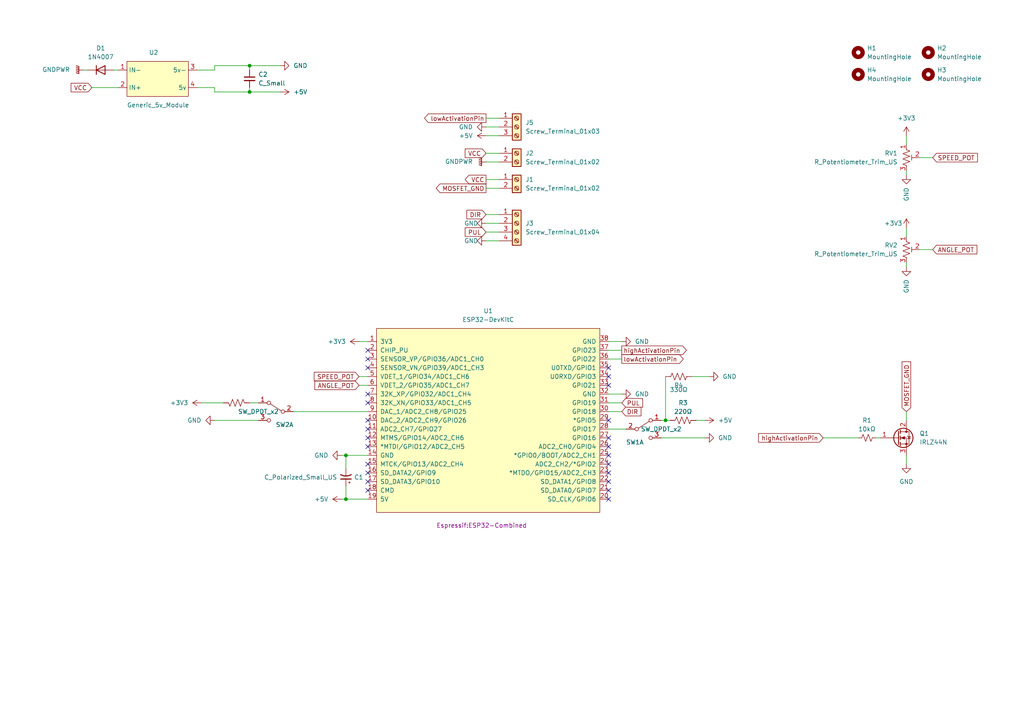
<source format=kicad_sch>
(kicad_sch (version 20231120) (generator "eeschema") (generator_version "8.0")
  (paper "A4")
  (title_block (title "ESP32 Turning Target System") (date "2022-06-23") (rev "7") (company "Scott Dial") (comment 1 "Use in conjunction with Bullseye Match from the App Store."))
  (lib_symbols
    (symbol "Connector:Screw_Terminal_01x02" (pin_names (offset 1.016) hide)
      (property "Reference" "J" (at 0 2.54 0))
      (property "Value" "Screw_Terminal_01x02" (at 0 -5.08 0))
      (symbol "Screw_Terminal_01x02_1_1"
        (rectangle (start -1.27 1.27) (end 1.27 -3.81) (stroke (width 0.254)) (fill (type background)))
        (circle (center 0 -2.54) (radius 0.635) (stroke (width 0.1524)))
        (polyline (pts (xy -0.5334 -2.2098) (xy 0.3302 -3.048)) (stroke (width 0.1524)))
        (polyline (pts (xy -0.5334 0.3302) (xy 0.3302 -0.508)) (stroke (width 0.1524)))
        (polyline (pts (xy -0.3556 -2.032) (xy 0.508 -2.8702)) (stroke (width 0.1524)))
        (polyline (pts (xy -0.3556 0.508) (xy 0.508 -0.3302)) (stroke (width 0.1524)))
        (circle (center 0 0) (radius 0.635) (stroke (width 0.1524)))
        (pin passive line (at -5.08 0 0) (length 3.81) (name "Pin_1") (number "1"))
        (pin passive line (at -5.08 -2.54 0) (length 3.81) (name "Pin_2") (number "2"))
      )
    )
    (symbol "Connector:Screw_Terminal_01x03" (pin_names (offset 1.016) hide)
      (property "Reference" "J" (at 0 5.08 0))
      (property "Value" "Screw_Terminal_01x03" (at 0 -5.08 0))
      (symbol "Screw_Terminal_01x03_1_1"
        (rectangle (start -1.27 3.81) (end 1.27 -3.81) (stroke (width 0.254)) (fill (type background)))
        (circle (center 0 -2.54) (radius 0.635) (stroke (width 0.1524)))
        (polyline (pts (xy -0.5334 -2.2098) (xy 0.3302 -3.048)) (stroke (width 0.1524)))
        (polyline (pts (xy -0.5334 0.3302) (xy 0.3302 -0.508)) (stroke (width 0.1524)))
        (polyline (pts (xy -0.5334 2.8702) (xy 0.3302 2.032)) (stroke (width 0.1524)))
        (polyline (pts (xy -0.3556 -2.032) (xy 0.508 -2.8702)) (stroke (width 0.1524)))
        (polyline (pts (xy -0.3556 0.508) (xy 0.508 -0.3302)) (stroke (width 0.1524)))
        (polyline (pts (xy -0.3556 3.048) (xy 0.508 2.2098)) (stroke (width 0.1524)))
        (circle (center 0 0) (radius 0.635) (stroke (width 0.1524)))
        (circle (center 0 2.54) (radius 0.635) (stroke (width 0.1524)))
        (pin passive line (at -5.08 2.54 0) (length 3.81) (name "Pin_1") (number "1"))
        (pin passive line (at -5.08 0 0) (length 3.81) (name "Pin_2") (number "2"))
        (pin passive line (at -5.08 -2.54 0) (length 3.81) (name "Pin_3") (number "3"))
      )
    )
    (symbol "Connector:Screw_Terminal_01x04" (pin_names (offset 1.016) hide)
      (property "Reference" "J" (at 0 5.08 0))
      (property "Value" "Screw_Terminal_01x04" (at 0 -7.62 0))
      (symbol "Screw_Terminal_01x04_1_1"
        (rectangle (start -1.27 3.81) (end 1.27 -6.35) (stroke (width 0.254)) (fill (type background)))
        (circle (center 0 -5.08) (radius 0.635) (stroke (width 0.1524)))
        (circle (center 0 -2.54) (radius 0.635) (stroke (width 0.1524)))
        (polyline (pts (xy -0.5334 -4.7498) (xy 0.3302 -5.588)) (stroke (width 0.1524)))
        (polyline (pts (xy -0.5334 -2.2098) (xy 0.3302 -3.048)) (stroke (width 0.1524)))
        (polyline (pts (xy -0.5334 0.3302) (xy 0.3302 -0.508)) (stroke (width 0.1524)))
        (polyline (pts (xy -0.5334 2.8702) (xy 0.3302 2.032)) (stroke (width 0.1524)))
        (polyline (pts (xy -0.3556 -4.572) (xy 0.508 -5.4102)) (stroke (width 0.1524)))
        (polyline (pts (xy -0.3556 -2.032) (xy 0.508 -2.8702)) (stroke (width 0.1524)))
        (polyline (pts (xy -0.3556 0.508) (xy 0.508 -0.3302)) (stroke (width 0.1524)))
        (polyline (pts (xy -0.3556 3.048) (xy 0.508 2.2098)) (stroke (width 0.1524)))
        (circle (center 0 0) (radius 0.635) (stroke (width 0.1524)))
        (circle (center 0 2.54) (radius 0.635) (stroke (width 0.1524)))
        (pin passive line (at -5.08 2.54 0) (length 3.81) (name "Pin_1") (number "1"))
        (pin passive line (at -5.08 0 0) (length 3.81) (name "Pin_2") (number "2"))
        (pin passive line (at -5.08 -2.54 0) (length 3.81) (name "Pin_3") (number "3"))
        (pin passive line (at -5.08 -5.08 0) (length 3.81) (name "Pin_4") (number "4"))
      )
    )
    (symbol "Converter_DCDC:Generic_5v_Module"
      (property "Reference" "U" (at 0 -12.7 0))
      (property "Value" "Generic_5v_Module" (at 0 7.62 0))
      (symbol "Generic_5v_Module_0_1"
        (rectangle (start 0 0) (end 17.78 -10.16) (fill (type background)))
        (rectangle (start 2.54 -2.54) (end 2.54 -2.54))
      )
      (symbol "Generic_5v_Module_1_1"
        (pin input line (at -2.54 -2.54 0) (length 2.54) (name "IN-") (number "1"))
        (pin input line (at -2.54 -7.62 0) (length 2.54) (name "IN+") (number "2"))
        (pin output line (at 20.32 -2.54 180) (length 2.54) (name "5v-") (number "3"))
        (pin output line (at 20.32 -7.62 180) (length 2.54) (name "5v") (number "4"))
      )
    )
    (symbol "Device:C_Polarized_Small_US" (pin_numbers hide) (pin_names (offset 0.254) hide)
      (property "Reference" "C" (at 0.254 1.778 0))
      (property "Value" "C_Polarized_Small_US" (at 0.254 -2.032 0))
      (symbol "C_Polarized_Small_US_0_1"
        (polyline (pts (xy -1.524 0.508) (xy 1.524 0.508)) (stroke (width 0.3048)))
        (polyline (pts (xy -1.27 1.524) (xy -0.762 1.524)))
        (polyline (pts (xy -1.016 1.27) (xy -1.016 1.778)))
        (arc (start 1.524 -0.762) (mid 0 -0.3734) (end -1.524 -0.762) (stroke (width 0.3048)))
      )
      (symbol "C_Polarized_Small_US_1_1"
        (pin passive line (at 0 2.54 270) (length 2.032) (name "~") (number "1"))
        (pin passive line (at 0 -2.54 90) (length 2.032) (name "~") (number "2"))
      )
    )
    (symbol "Device:C_Small" (pin_numbers hide) (pin_names (offset 0.254) hide)
      (property "Reference" "C" (at 0.254 1.778 0))
      (property "Value" "C_Small" (at 0.254 -2.032 0))
      (symbol "C_Small_0_1"
        (polyline (pts (xy -1.524 -0.508) (xy 1.524 -0.508)) (stroke (width 0.3302)))
        (polyline (pts (xy -1.524 0.508) (xy 1.524 0.508)) (stroke (width 0.3048)))
      )
      (symbol "C_Small_1_1"
        (pin passive line (at 0 2.54 270) (length 2.032) (name "~") (number "1"))
        (pin passive line (at 0 -2.54 90) (length 2.032) (name "~") (number "2"))
      )
    )
    (symbol "Device:R_Potentiometer_Trim_US" (pin_names (offset 1.016) hide)
      (property "Reference" "RV" (at -4.445 0 90))
      (property "Value" "R_Potentiometer_Trim_US" (at -2.54 0 90))
      (symbol "R_Potentiometer_Trim_US_0_1"
        (polyline (pts (xy 0 -2.286) (xy 0 -2.54)))
        (polyline (pts (xy 0 2.286) (xy 0 2.54)))
        (polyline (pts (xy 1.524 0.762) (xy 1.524 -0.762)))
        (polyline (pts (xy 2.54 0) (xy 1.524 0)))
        (polyline (pts (xy 0 -0.762) (xy 1.016 -1.143) (xy 0 -1.524) (xy -1.016 -1.905) (xy 0 -2.286)))
        (polyline (pts (xy 0 0.762) (xy 1.016 0.381) (xy 0 0) (xy -1.016 -0.381) (xy 0 -0.762)))
        (polyline (pts (xy 0 2.286) (xy 1.016 1.905) (xy 0 1.524) (xy -1.016 1.143) (xy 0 0.762)))
      )
      (symbol "R_Potentiometer_Trim_US_1_1"
        (pin passive line (at 0 3.81 270) (length 1.27) (name "1") (number "1"))
        (pin passive line (at 3.81 0 180) (length 1.27) (name "2") (number "2"))
        (pin passive line (at 0 -3.81 90) (length 1.27) (name "3") (number "3"))
      )
    )
    (symbol "Device:R_Small_US" (pin_numbers hide) (pin_names (offset 0.254) hide)
      (property "Reference" "R" (at 0.762 0.508 0))
      (property "Value" "R_Small_US" (at 0.762 -1.016 0))
      (symbol "R_Small_US_1_1"
        (polyline (pts (xy 0 0) (xy 1.016 -0.381) (xy 0 -0.762) (xy -1.016 -1.143) (xy 0 -1.524)))
        (polyline (pts (xy 0 1.524) (xy 1.016 1.143) (xy 0 0.762) (xy -1.016 0.381) (xy 0 0)))
        (pin passive line (at 0 2.54 270) (length 1.016) (name "~") (number "1"))
        (pin passive line (at 0 -2.54 90) (length 1.016) (name "~") (number "2"))
      )
    )
    (symbol "Device:R_US" (pin_numbers hide) (pin_names (offset 0))
      (property "Reference" "R" (at 2.54 0 90))
      (property "Value" "R_US" (at -2.54 0 90))
      (symbol "R_US_0_1"
        (polyline (pts (xy 0 -2.286) (xy 0 -2.54)))
        (polyline (pts (xy 0 2.286) (xy 0 2.54)))
        (polyline (pts (xy 0 -0.762) (xy 1.016 -1.143) (xy 0 -1.524) (xy -1.016 -1.905) (xy 0 -2.286)))
        (polyline (pts (xy 0 0.762) (xy 1.016 0.381) (xy 0 0) (xy -1.016 -0.381) (xy 0 -0.762)))
        (polyline (pts (xy 0 2.286) (xy 1.016 1.905) (xy 0 1.524) (xy -1.016 1.143) (xy 0 0.762)))
      )
      (symbol "R_US_1_1"
        (pin passive line (at 0 3.81 270) (length 1.27) (name "~") (number "1"))
        (pin passive line (at 0 -3.81 90) (length 1.27) (name "~") (number "2"))
      )
    )
    (symbol "Diode:1N4007" (pin_numbers hide) (pin_names hide)
      (property "Reference" "D" (at 0 2.54 0))
      (property "Value" "1N4007" (at 0 -2.54 0))
      (symbol "1N4007_0_1"
        (polyline (pts (xy -1.27 1.27) (xy -1.27 -1.27)) (stroke (width 0.254)))
        (polyline (pts (xy 1.27 0) (xy -1.27 0)))
        (polyline (pts (xy 1.27 1.27) (xy 1.27 -1.27) (xy -1.27 0) (xy 1.27 1.27)) (stroke (width 0.254)))
      )
      (symbol "1N4007_1_1"
        (pin passive line (at -3.81 0 0) (length 2.54) (name "K") (number "1"))
        (pin passive line (at 3.81 0 180) (length 2.54) (name "A") (number "2"))
      )
    )
    (symbol "Espressif:ESP32-DevKitC" (pin_names (offset 1.016))
      (property "Reference" "U" (at -8.89 26.67 0))
      (property "Value" "ESP32-DevKitC" (at 0 -29.21 0))
      (symbol "ESP32-DevKitC_0_0"
        (pin power_in line (at -33.02 -11.43 0) (length 2.54) (name "GND") (number "14"))
        (pin power_in line (at -33.02 -24.13 0) (length 2.54) (name "5V") (number "19"))
      )
      (symbol "ESP32-DevKitC_0_1"
        (rectangle (start -30.48 25.4) (end 34.29 -27.94) (fill (type background)))
      )
      (symbol "ESP32-DevKitC_1_1"
        (pin power_in line (at -33.02 21.59 0) (length 2.54) (name "3V3") (number "1"))
        (pin bidirectional line (at -33.02 -1.27 0) (length 2.54) (name "DAC_2/ADC2_CH9/GPIO26") (number "10"))
        (pin bidirectional line (at -33.02 -3.81 0) (length 2.54) (name "ADC2_CH7/GPIO27") (number "11"))
        (pin bidirectional line (at -33.02 -6.35 0) (length 2.54) (name "MTMS/GPIO14/ADC2_CH6") (number "12"))
        (pin bidirectional line (at -33.02 -8.89 0) (length 2.54) (name "*MTDI/GPIO12/ADC2_CH5") (number "13"))
        (pin bidirectional line (at -33.02 -13.97 0) (length 2.54) (name "MTCK/GPIO13/ADC2_CH4") (number "15"))
        (pin bidirectional line (at -33.02 -16.51 0) (length 2.54) (name "SD_DATA2/GPIO9") (number "16"))
        (pin bidirectional line (at -33.02 -19.05 0) (length 2.54) (name "SD_DATA3/GPIO10") (number "17"))
        (pin bidirectional line (at -33.02 -21.59 0) (length 2.54) (name "CMD") (number "18"))
        (pin input line (at -33.02 19.05 0) (length 2.54) (name "CHIP_PU") (number "2"))
        (pin bidirectional line (at 36.83 -24.13 180) (length 2.54) (name "SD_CLK/GPIO6") (number "20"))
        (pin bidirectional line (at 36.83 -21.59 180) (length 2.54) (name "SD_DATA0/GPIO7") (number "21"))
        (pin bidirectional line (at 36.83 -19.05 180) (length 2.54) (name "SD_DATA1/GPIO8") (number "22"))
        (pin bidirectional line (at 36.83 -16.51 180) (length 2.54) (name "*MTDO/GPIO15/ADC2_CH3") (number "23"))
        (pin bidirectional line (at 36.83 -13.97 180) (length 2.54) (name "ADC2_CH2/*GPIO2") (number "24"))
        (pin bidirectional line (at 36.83 -11.43 180) (length 2.54) (name "*GPIO0/BOOT/ADC2_CH1") (number "25"))
        (pin bidirectional line (at 36.83 -8.89 180) (length 2.54) (name "ADC2_CH0/GPIO4") (number "26"))
        (pin bidirectional line (at 36.83 -6.35 180) (length 2.54) (name "GPIO16") (number "27"))
        (pin bidirectional line (at 36.83 -3.81 180) (length 2.54) (name "GPIO17") (number "28"))
        (pin bidirectional line (at 36.83 -1.27 180) (length 2.54) (name "*GPIO5") (number "29"))
        (pin input line (at -33.02 16.51 0) (length 2.54) (name "SENSOR_VP/GPIO36/ADC1_CH0") (number "3"))
        (pin bidirectional line (at 36.83 1.27 180) (length 2.54) (name "GPIO18") (number "30"))
        (pin bidirectional line (at 36.83 3.81 180) (length 2.54) (name "GPIO19") (number "31"))
        (pin power_in line (at 36.83 6.35 180) (length 2.54) (name "GND") (number "32"))
        (pin bidirectional line (at 36.83 8.89 180) (length 2.54) (name "GPIO21") (number "33"))
        (pin bidirectional line (at 36.83 11.43 180) (length 2.54) (name "U0RXD/GPIO3") (number "34"))
        (pin bidirectional line (at 36.83 13.97 180) (length 2.54) (name "U0TXD/GPIO1") (number "35"))
        (pin bidirectional line (at 36.83 16.51 180) (length 2.54) (name "GPIO22") (number "36"))
        (pin bidirectional line (at 36.83 19.05 180) (length 2.54) (name "GPIO23") (number "37"))
        (pin power_in line (at 36.83 21.59 180) (length 2.54) (name "GND") (number "38"))
        (pin input line (at -33.02 13.97 0) (length 2.54) (name "SENSOR_VN/GPIO39/ADC1_CH3") (number "4"))
        (pin input line (at -33.02 11.43 0) (length 2.54) (name "VDET_1/GPIO34/ADC1_CH6") (number "5"))
        (pin input line (at -33.02 8.89 0) (length 2.54) (name "VDET_2/GPIO35/ADC1_CH7") (number "6"))
        (pin bidirectional line (at -33.02 6.35 0) (length 2.54) (name "32K_XP/GPIO32/ADC1_CH4") (number "7"))
        (pin bidirectional line (at -33.02 3.81 0) (length 2.54) (name "32K_XN/GPIO33/ADC1_CH5") (number "8"))
        (pin bidirectional line (at -33.02 1.27 0) (length 2.54) (name "DAC_1/ADC2_CH8/GPIO25") (number "9"))
      )
    )
    (symbol "GND_1" (power) (pin_names (offset 0))
      (property "Value" "GND_1" (at 0 -3.81 0))
      (symbol "GND_1_0_1"
        (polyline (pts (xy 0 0) (xy 0 -1.27) (xy 1.27 -1.27) (xy 0 -2.54) (xy -1.27 -1.27) (xy 0 -1.27)))
      )
      (symbol "GND_1_1_1"
        (pin power_in line (at 0 0 270) (length 0) hide (name "GND") (number "1"))
      )
    )
    (symbol "Mechanical:MountingHole" (pin_names (offset 1.016))
      (property "Reference" "H" (at 0 5.08 0))
      (property "Value" "MountingHole" (at 0 3.175 0))
      (symbol "MountingHole_0_1"
        (circle (center 0 0) (radius 1.27) (stroke (width 1.27)))
      )
    )
    (symbol "Switch:SW_DPDT_x2" (pin_names (offset 0) hide)
      (property "Reference" "SW" (at 0 4.318 0))
      (property "Value" "SW_DPDT_x2" (at 0 -5.08 0))
      (symbol "SW_DPDT_x2_0_0"
        (circle (center -2.032 0) (radius 0.508))
        (circle (center 2.032 -2.54) (radius 0.508))
      )
      (symbol "SW_DPDT_x2_0_1"
        (polyline (pts (xy -1.524 0.254) (xy 1.651 2.286)))
        (circle (center 2.032 2.54) (radius 0.508))
      )
      (symbol "SW_DPDT_x2_1_1"
        (pin passive line (at 5.08 2.54 180) (length 2.54) (name "A") (number "1"))
        (pin passive line (at -5.08 0 0) (length 2.54) (name "B") (number "2"))
        (pin passive line (at 5.08 -2.54 180) (length 2.54) (name "C") (number "3"))
      )
      (symbol "SW_DPDT_x2_2_1"
        (pin passive line (at 5.08 2.54 180) (length 2.54) (name "A") (number "4"))
        (pin passive line (at -5.08 0 0) (length 2.54) (name "B") (number "5"))
        (pin passive line (at 5.08 -2.54 180) (length 2.54) (name "C") (number "6"))
      )
    )
    (symbol "Transistor_FET:IRLZ44N" (pin_names hide)
      (property "Reference" "Q" (at 6.35 1.905 0))
      (property "Value" "IRLZ44N" (at 6.35 0 0))
      (symbol "IRLZ44N_0_1"
        (polyline (pts (xy 0.254 0) (xy -2.54 0)))
        (polyline (pts (xy 0.254 1.905) (xy 0.254 -1.905)) (stroke (width 0.254)))
        (polyline (pts (xy 0.762 -1.27) (xy 0.762 -2.286)) (stroke (width 0.254)))
        (polyline (pts (xy 0.762 0.508) (xy 0.762 -0.508)) (stroke (width 0.254)))
        (polyline (pts (xy 0.762 2.286) (xy 0.762 1.27)) (stroke (width 0.254)))
        (polyline (pts (xy 2.54 2.54) (xy 2.54 1.778)))
        (polyline (pts (xy 2.54 -2.54) (xy 2.54 0) (xy 0.762 0)))
        (polyline (pts (xy 0.762 -1.778) (xy 3.302 -1.778) (xy 3.302 1.778) (xy 0.762 1.778)))
        (polyline (pts (xy 1.016 0) (xy 2.032 0.381) (xy 2.032 -0.381) (xy 1.016 0)) (fill (type outline)))
        (polyline (pts (xy 2.794 0.508) (xy 2.921 0.381) (xy 3.683 0.381) (xy 3.81 0.254)))
        (polyline (pts (xy 3.302 0.381) (xy 2.921 -0.254) (xy 3.683 -0.254) (xy 3.302 0.381)))
        (circle (center 1.651 0) (radius 2.794) (stroke (width 0.254)))
        (circle (center 2.54 -1.778) (radius 0.254) (fill (type outline)))
        (circle (center 2.54 1.778) (radius 0.254) (fill (type outline)))
      )
      (symbol "IRLZ44N_1_1"
        (pin input line (at -5.08 0 0) (length 2.54) (name "G") (number "1"))
        (pin passive line (at 2.54 5.08 270) (length 2.54) (name "D") (number "2"))
        (pin passive line (at 2.54 -5.08 90) (length 2.54) (name "S") (number "3"))
      )
    )
    (symbol "power:+3.3V" (power) (pin_names (offset 0))
      (property "Value" "+3.3V" (at 0 3.556 0))
      (symbol "+3.3V_0_1"
        (polyline (pts (xy -0.762 1.27) (xy 0 2.54)))
        (polyline (pts (xy 0 0) (xy 0 2.54)))
        (polyline (pts (xy 0 2.54) (xy 0.762 1.27)))
      )
      (symbol "+3.3V_1_1"
        (pin power_in line (at 0 0 90) (length 0) hide (name "+3V3") (number "1"))
      )
    )
    (symbol "power:+5V" (power) (pin_names (offset 0))
      (property "Value" "+5V" (at 0 3.556 0))
      (symbol "+5V_0_1"
        (polyline (pts (xy -0.762 1.27) (xy 0 2.54)))
        (polyline (pts (xy 0 0) (xy 0 2.54)))
        (polyline (pts (xy 0 2.54) (xy 0.762 1.27)))
      )
      (symbol "+5V_1_1"
        (pin power_in line (at 0 0 90) (length 0) hide (name "+5V") (number "1"))
      )
    )
    (symbol "power:GND" (power) (pin_names (offset 0))
      (property "Value" "GND" (at 0 -3.81 0))
      (symbol "GND_0_1"
        (polyline (pts (xy 0 0) (xy 0 -1.27) (xy 1.27 -1.27) (xy 0 -2.54) (xy -1.27 -1.27) (xy 0 -1.27)))
      )
      (symbol "GND_1_1"
        (pin power_in line (at 0 0 270) (length 0) hide (name "GND") (number "1"))
      )
    )
    (symbol "power:GNDPWR" (power) (pin_names (offset 0))
      (property "Value" "GNDPWR" (at 0 -3.302 0))
      (symbol "GNDPWR_0_1"
        (polyline (pts (xy 0 -1.27) (xy 0 0)))
        (polyline (pts (xy -1.016 -1.27) (xy -1.27 -2.032) (xy -1.27 -2.032)) (stroke (width 0.2032)))
        (polyline (pts (xy -0.508 -1.27) (xy -0.762 -2.032) (xy -0.762 -2.032)) (stroke (width 0.2032)))
        (polyline (pts (xy 0 -1.27) (xy -0.254 -2.032) (xy -0.254 -2.032)) (stroke (width 0.2032)))
        (polyline (pts (xy 0.508 -1.27) (xy 0.254 -2.032) (xy 0.254 -2.032)) (stroke (width 0.2032)))
        (polyline (pts (xy 1.016 -1.27) (xy -1.016 -1.27) (xy -1.016 -1.27)) (stroke (width 0.2032)))
        (polyline (pts (xy 1.016 -1.27) (xy 0.762 -2.032) (xy 0.762 -2.032) (xy 0.762 -2.032)) (stroke (width 0.2032)))
      )
      (symbol "GNDPWR_1_1"
        (pin power_in line (at 0 0 270) (length 0) hide (name "GNDPWR") (number "1"))
      )
    )
  )
  (junction (at 193.04 121.92))
  (junction (at 72.39 19.05))
  (junction (at 100.33 144.78))
  (junction (at 100.33 132.08))
  (junction (at 72.39 26.67))
  (no_connect (at 106.68 129.54))
  (no_connect (at 106.68 142.24))
  (no_connect (at 106.68 139.7))
  (no_connect (at 106.68 137.16))
  (no_connect (at 106.68 134.62))
  (no_connect (at 106.68 127))
  (no_connect (at 106.68 124.46))
  (no_connect (at 106.68 121.92))
  (no_connect (at 106.68 116.84))
  (no_connect (at 106.68 114.3))
  (no_connect (at 106.68 106.68))
  (no_connect (at 106.68 104.14))
  (no_connect (at 106.68 101.6))
  (no_connect (at 176.53 144.78))
  (no_connect (at 176.53 106.68))
  (no_connect (at 176.53 109.22))
  (no_connect (at 176.53 111.76))
  (no_connect (at 176.53 142.24))
  (no_connect (at 176.53 121.92))
  (no_connect (at 176.53 127))
  (no_connect (at 176.53 129.54))
  (no_connect (at 176.53 132.08))
  (no_connect (at 176.53 134.62))
  (no_connect (at 176.53 137.16))
  (no_connect (at 176.53 139.7))
  (wire (pts (xy 72.39 25.4) (xy 72.39 26.67)))
  (wire (pts (xy 72.39 26.67) (xy 81.28 26.67)))
  (wire (pts (xy 262.89 66.04) (xy 262.89 68.58)))
  (wire (pts (xy 140.97 36.83) (xy 144.78 36.83)))
  (wire (pts (xy 176.53 101.6) (xy 180.34 101.6)))
  (wire (pts (xy 74.93 121.92) (xy 62.23 121.92)))
  (wire (pts (xy 176.53 114.3) (xy 180.34 114.3)))
  (wire (pts (xy 201.93 121.92) (xy 204.47 121.92)))
  (wire (pts (xy 238.76 127) (xy 248.92 127)))
  (wire (pts (xy 62.23 19.05) (xy 72.39 19.05)))
  (wire (pts (xy 99.06 132.08) (xy 100.33 132.08)))
  (wire (pts (xy 100.33 132.08) (xy 106.68 132.08)))
  (wire (pts (xy 191.77 121.92) (xy 193.04 121.92)))
  (wire (pts (xy 100.33 132.08) (xy 100.33 135.89)))
  (wire (pts (xy 33.02 20.32) (xy 34.29 20.32)))
  (wire (pts (xy 140.97 52.07) (xy 144.78 52.07)))
  (wire (pts (xy 85.09 119.38) (xy 106.68 119.38)))
  (wire (pts (xy 100.33 140.97) (xy 100.33 144.78)))
  (wire (pts (xy 72.39 116.84) (xy 74.93 116.84)))
  (wire (pts (xy 26.67 25.4) (xy 34.29 25.4)))
  (wire (pts (xy 140.97 67.31) (xy 144.78 67.31)))
  (wire (pts (xy 140.97 46.99) (xy 144.78 46.99)))
  (wire (pts (xy 140.97 44.45) (xy 144.78 44.45)))
  (wire (pts (xy 193.04 121.92) (xy 194.31 121.92)))
  (wire (pts (xy 140.97 34.29) (xy 144.78 34.29)))
  (wire (pts (xy 72.39 19.05) (xy 81.28 19.05)))
  (wire (pts (xy 72.39 19.05) (xy 72.39 20.32)))
  (wire (pts (xy 262.89 76.2) (xy 262.89 77.47)))
  (wire (pts (xy 104.14 111.76) (xy 106.68 111.76)))
  (wire (pts (xy 62.23 26.67) (xy 72.39 26.67)))
  (wire (pts (xy 140.97 64.77) (xy 144.78 64.77)))
  (wire (pts (xy 200.66 109.22) (xy 205.74 109.22)))
  (wire (pts (xy 270.51 72.39) (xy 266.7 72.39)))
  (wire (pts (xy 24.13 20.32) (xy 25.4 20.32)))
  (wire (pts (xy 62.23 25.4) (xy 57.15 25.4)))
  (wire (pts (xy 140.97 69.85) (xy 144.78 69.85)))
  (wire (pts (xy 99.06 144.78) (xy 100.33 144.78)))
  (wire (pts (xy 262.89 39.37) (xy 262.89 41.91)))
  (wire (pts (xy 140.97 62.23) (xy 144.78 62.23)))
  (wire (pts (xy 176.53 104.14) (xy 180.34 104.14)))
  (wire (pts (xy 266.7 45.72) (xy 270.51 45.72)))
  (wire (pts (xy 254 127) (xy 255.27 127)))
  (wire (pts (xy 176.53 99.06) (xy 180.34 99.06)))
  (wire (pts (xy 100.33 144.78) (xy 106.68 144.78)))
  (wire (pts (xy 191.77 127) (xy 204.47 127)))
  (wire (pts (xy 262.89 132.08) (xy 262.89 134.62)))
  (wire (pts (xy 262.89 49.53) (xy 262.89 50.8)))
  (wire (pts (xy 262.89 121.92) (xy 262.89 119.38)))
  (wire (pts (xy 57.15 20.32) (xy 62.23 20.32)))
  (wire (pts (xy 193.04 109.22) (xy 193.04 121.92)))
  (wire (pts (xy 62.23 20.32) (xy 62.23 19.05)))
  (wire (pts (xy 104.14 99.06) (xy 106.68 99.06)))
  (wire (pts (xy 104.14 109.22) (xy 106.68 109.22)))
  (wire (pts (xy 62.23 26.67) (xy 62.23 25.4)))
  (wire (pts (xy 176.53 124.46) (xy 181.61 124.46)))
  (wire (pts (xy 176.53 116.84) (xy 180.34 116.84)))
  (wire (pts (xy 144.78 39.37) (xy 140.97 39.37)))
  (wire (pts (xy 176.53 119.38) (xy 180.34 119.38)))
  (wire (pts (xy 58.42 116.84) (xy 64.77 116.84)))
  (wire (pts (xy 140.97 54.61) (xy 144.78 54.61)))
  (global_label "ANGLE_POT" (shape input) (at 104.14 111.76 180) (property "Intersheetrefs" "${INTERSHEET_REFS}" (effects (hide yes))))
  (global_label "lowActivationPin" (shape output) (at 140.97 34.29 180) (property "Intersheetrefs" "${INTERSHEET_REFS}" (effects (hide yes))))
  (global_label "DIR" (shape input) (at 180.34 119.38 0) (property "Intersheetrefs" "${INTERSHEET_REFS}" (effects (hide yes))))
  (global_label "VCC" (shape input) (at 140.97 44.45 180) (property "Intersheetrefs" "${INTERSHEET_REFS}" (effects (hide yes))))
  (global_label "ANGLE_POT" (shape input) (at 270.51 72.39 0) (property "Intersheetrefs" "${INTERSHEET_REFS}" (effects (hide yes))))
  (global_label "PUL" (shape input) (at 140.97 67.31 180) (property "Intersheetrefs" "${INTERSHEET_REFS}" (effects (hide yes))))
  (global_label "highActivationPin" (shape output) (at 180.34 101.6 0) (property "Intersheetrefs" "${INTERSHEET_REFS}" (effects (hide yes))))
  (global_label "highActivationPin" (shape input) (at 238.76 127 180) (property "Intersheetrefs" "${INTERSHEET_REFS}" (effects (hide yes))))
  (global_label "SPEED_POT" (shape input) (at 270.51 45.72 0) (property "Intersheetrefs" "${INTERSHEET_REFS}" (effects (hide yes))))
  (global_label "VCC" (shape input) (at 26.67 25.4 180) (property "Intersheetrefs" "${INTERSHEET_REFS}" (effects (hide yes))))
  (global_label "SPEED_POT" (shape input) (at 104.14 109.22 180) (property "Intersheetrefs" "${INTERSHEET_REFS}" (effects (hide yes))))
  (global_label "VCC" (shape output) (at 140.97 52.07 180) (property "Intersheetrefs" "${INTERSHEET_REFS}" (effects (hide yes))))
  (global_label "DIR" (shape input) (at 140.97 62.23 180) (property "Intersheetrefs" "${INTERSHEET_REFS}" (effects (hide yes))))
  (global_label "lowActivationPin" (shape output) (at 180.34 104.14 0) (property "Intersheetrefs" "${INTERSHEET_REFS}" (effects (hide yes))))
  (global_label "MOSFET_GND" (shape output) (at 140.97 54.61 180) (property "Intersheetrefs" "${INTERSHEET_REFS}" (effects (hide yes))))
  (global_label "PUL" (shape input) (at 180.34 116.84 0) (property "Intersheetrefs" "${INTERSHEET_REFS}" (effects (hide yes))))
  (global_label "MOSFET_GND" (shape input) (at 262.89 119.38 90) (property "Intersheetrefs" "${INTERSHEET_REFS}" (effects (hide yes))))
  (symbol (lib_id "power:+3.3V") (at 58.42 116.84 90) (unit 1)
    (property "Reference" "#PWR0114" (effects (hide yes)))
    (property "Value" "+3V3" (at 54.61 116.8399 90) (effects (justify left)))
  )
  (symbol (lib_id "Device:R_Potentiometer_Trim_US") (at 262.89 45.72 0) (unit 1)
    (property "Reference" "RV1" (at 260.35 44.4499 0) (effects (justify right)))
    (property "Value" "R_Potentiometer_Trim_US" (at 260.35 46.9899 0) (effects (justify right)))
    (property "Footprint" "Potentiometer_THT:Potentiometer_Bourns_3339P_Vertical" (effects (hide yes)))
  )
  (symbol (lib_id "power:GND") (at 140.97 69.85 270) (mirror x) (unit 1)
    (property "Reference" "#PWR0105" (effects (hide yes)))
    (property "Value" "GND" (at 134.62 69.85 90) (effects (justify left)))
  )
  (symbol (lib_id "power:GND") (at 140.97 36.83 270) (unit 1)
    (property "Reference" "#PWR0101" (effects (hide yes)))
    (property "Value" "GND" (at 137.16 36.8299 90) (effects (justify right)))
  )
  (symbol (lib_id "Switch:SW_DPDT_x2") (at 186.69 124.46 0) (unit 1)
    (property "Reference" "SW1" (at 184.15 128.27 0))
    (property "Value" "SW_DPDT_x2" (at 191.77 124.46 0))
    (property "Footprint" "Connector_PinHeader_2.54mm:PinHeader_1x03_P2.54mm_Vertical" (effects (hide yes)))
  )
  (symbol (lib_id "Device:R_US") (at 198.12 121.92 270) (unit 1)
    (property "Reference" "R3" (at 198.12 116.84 90))
    (property "Value" "220Ω" (at 198.12 119.38 90))
    (property "Footprint" "Resistor_THT:R_Axial_DIN0207_L6.3mm_D2.5mm_P10.16mm_Horizontal" (effects (hide yes)))
  )
  (symbol (lib_name "GND_1") (lib_id "power:GND") (at 81.28 19.05 90) (unit 1)
    (property "Reference" "#PWR05" (effects (hide yes)))
    (property "Value" "GND" (at 85.09 19.05 90) (effects (justify right)))
  )
  (symbol (lib_id "power:GND") (at 262.89 134.62 0) (unit 1)
    (property "Reference" "#PWR02" (effects (hide yes)))
    (property "Value" "GND" (at 262.89 139.7 0))
  )
  (symbol (lib_id "power:GND") (at 62.23 121.92 270) (mirror x) (unit 1)
    (property "Reference" "#PWR04" (effects (hide yes)))
    (property "Value" "GND" (at 58.42 121.9199 90) (effects (justify right)))
  )
  (symbol (lib_id "power:GND") (at 205.74 109.22 90) (unit 1)
    (property "Reference" "#PWR01" (effects (hide yes)))
    (property "Value" "GND" (at 209.55 109.2199 90) (effects (justify right)))
  )
  (symbol (lib_id "power:GND") (at 262.89 50.8 0) (mirror y) (unit 1)
    (property "Reference" "#PWR010" (effects (hide yes)))
    (property "Value" "GND" (at 262.89 58.42 90) (effects (justify left)))
  )
  (symbol (lib_id "Device:C_Polarized_Small_US") (at 100.33 138.43 180) (unit 1)
    (property "Reference" "C1" (at 105.41 138.43 0) (effects (justify left)))
    (property "Value" "C_Polarized_Small_US" (at 97.79 138.43 0) (effects (justify left)))
    (property "Footprint" "Capacitor_THT:CP_Radial_D8.0mm_P3.80mm" (effects (hide yes)))
  )
  (symbol (lib_id "power:+5V") (at 140.97 39.37 90) (unit 1)
    (property "Reference" "#PWR0102" (effects (hide yes)))
    (property "Value" "+5V" (at 137.16 39.3699 90) (effects (justify left)))
  )
  (symbol (lib_id "Transistor_FET:IRLZ44N") (at 260.35 127 0) (unit 1)
    (property "Reference" "Q1" (at 266.7 125.7299 0) (effects (justify left)))
    (property "Value" "IRLZ44N" (at 266.7 128.2699 0) (effects (justify left)))
    (property "Footprint" "Package_TO_SOT_THT:TO-220-3_Vertical" (effects (hide yes)))
    (property "Datasheet" "http://www.irf.com/product-info/datasheets/data/irlz44n.pdf" (effects (hide yes)))
  )
  (symbol (lib_id "Device:C_Small") (at 72.39 22.86 0) (unit 1)
    (property "Reference" "C2" (at 74.93 21.5962 0) (effects (justify left)))
    (property "Value" "C_Small" (at 74.93 24.1362 0) (effects (justify left)))
    (property "Footprint" "Capacitor_THT:C_Disc_D4.3mm_W1.9mm_P5.00mm" (effects (hide yes)))
    (property "Description" "Unpolarized capacitor, small symbol" (effects (hide yes)))
  )
  (symbol (lib_id "Mechanical:MountingHole") (at 248.92 15.24 0) (unit 1)
    (property "Reference" "H1" (at 251.46 13.9699 0) (effects (justify left)))
    (property "Value" "MountingHole" (at 251.46 16.5099 0) (effects (justify left)))
    (property "Footprint" "MountingHole:MountingHole_3.2mm_M3" (effects (hide yes)))
  )
  (symbol (lib_id "power:+3.3V") (at 262.89 39.37 0) (unit 1)
    (property "Reference" "#PWR0111" (effects (hide yes)))
    (property "Value" "+3V3" (at 262.89 34.29 0))
  )
  (symbol (lib_id "power:+3.3V") (at 262.89 66.04 0) (unit 1)
    (property "Reference" "#PWR0113" (effects (hide yes)))
    (property "Value" "+3V3" (at 259.08 64.77 0))
  )
  (symbol (lib_id "Mechanical:MountingHole") (at 248.92 21.59 0) (unit 1)
    (property "Reference" "H4" (at 251.46 20.3199 0) (effects (justify left)))
    (property "Value" "MountingHole" (at 251.46 22.8599 0) (effects (justify left)))
    (property "Footprint" "MountingHole:MountingHole_3.2mm_M3" (effects (hide yes)))
  )
  (symbol (lib_id "Connector:Screw_Terminal_01x03") (at 149.86 36.83 0) (unit 1)
    (property "Reference" "J5" (at 152.4 35.5599 0) (effects (justify left)))
    (property "Value" "Screw_Terminal_01x03" (at 152.4 38.0999 0) (effects (justify left)))
    (property "Footprint" "TerminalBlock:TerminalBlock_bornier-3_P5.08mm" (effects (hide yes)))
  )
  (symbol (lib_id "power:GNDPWR") (at 24.13 20.32 270) (unit 1)
    (property "Reference" "#PWR06" (effects (hide yes)))
    (property "Value" "GNDPWR" (at 20.32 20.193 90) (effects (justify right)))
  )
  (symbol (lib_id "power:GND") (at 99.06 132.08 270) (unit 1)
    (property "Reference" "#PWR0108" (effects (hide yes)))
    (property "Value" "GND" (at 95.25 132.0799 90) (effects (justify right)))
  )
  (symbol (lib_id "Mechanical:MountingHole") (at 269.24 21.59 0) (unit 1)
    (property "Reference" "H3" (at 271.78 20.3199 0) (effects (justify left)))
    (property "Value" "MountingHole" (at 271.78 22.8599 0) (effects (justify left)))
    (property "Footprint" "MountingHole:MountingHole_3.2mm_M3" (effects (hide yes)))
  )
  (symbol (lib_id "power:GND") (at 180.34 99.06 90) (unit 1)
    (property "Reference" "#PWR0107" (effects (hide yes)))
    (property "Value" "GND" (at 184.15 99.0599 90) (effects (justify right)))
  )
  (symbol (lib_id "power:+3.3V") (at 104.14 99.06 90) (unit 1)
    (property "Reference" "#PWR0110" (effects (hide yes)))
    (property "Value" "+3V3" (at 100.33 99.0599 90) (effects (justify left)))
  )
  (symbol (lib_id "Diode:1N4007") (at 29.21 20.32 0) (unit 1)
    (property "Reference" "D1" (at 29.21 13.97 0))
    (property "Value" "1N4007" (at 29.21 16.51 0))
    (property "Footprint" "Diode_THT:D_DO-41_SOD81_P10.16mm_Horizontal" (effects (hide yes)))
    (property "Datasheet" "http://www.vishay.com/docs/88503/1n4001.pdf" (effects (hide yes)))
    (property "Sim.Device" "D" (effects (hide yes)))
    (property "Sim.Pins" "1=K 2=A" (effects (hide yes)))
  )
  (symbol (lib_id "power:GND") (at 140.97 64.77 270) (mirror x) (unit 1)
    (property "Reference" "#PWR0104" (effects (hide yes)))
    (property "Value" "GND" (at 134.62 64.77 90) (effects (justify left)))
  )
  (symbol (lib_id "Espressif:ESP32-DevKitC") (at 139.7 120.65 0) (unit 1)
    (property "Reference" "U1" (at 141.605 90.17 0))
    (property "Value" "ESP32-DevKitC" (at 141.605 92.71 0))
    (property "Footprint" "Espressif:ESP32-Combined" (at 139.7 152.4 0))
    (property "Datasheet" "https://docs.espressif.com/projects/esp-idf/zh_CN/latest/esp32/hw-reference/esp32/get-started-devkitc.html" (effects (hide yes)))
  )
  (symbol (lib_id "Device:R_Potentiometer_Trim_US") (at 262.89 72.39 0) (unit 1)
    (property "Reference" "RV2" (at 260.35 71.1199 0) (effects (justify right)))
    (property "Value" "R_Potentiometer_Trim_US" (at 260.35 73.6599 0) (effects (justify right)))
    (property "Footprint" "Potentiometer_THT:Potentiometer_Bourns_3339P_Vertical" (effects (hide yes)))
  )
  (symbol (lib_id "Switch:SW_DPDT_x2") (at 80.01 119.38 0) (mirror y) (unit 1)
    (property "Reference" "SW2" (at 82.55 123.19 0))
    (property "Value" "SW_DPDT_x2" (at 74.93 119.38 0))
    (property "Footprint" "Connector_PinHeader_2.54mm:PinHeader_1x03_P2.54mm_Vertical" (effects (hide yes)))
  )
  (symbol (lib_id "power:+5V") (at 99.06 144.78 90) (unit 1)
    (property "Reference" "#PWR0103" (effects (hide yes)))
    (property "Value" "+5V" (at 95.25 144.7799 90) (effects (justify left)))
  )
  (symbol (lib_id "Converter_DCDC:Generic_5v_Module") (at 36.83 17.78 0) (unit 1)
    (property "Reference" "U2" (at 43.18 15.2399 0) (effects (justify left)))
    (property "Value" "Generic_5v_Module" (at 36.83 30.48 0) (effects (justify left)))
    (property "Footprint" "Converter_DCDC:DCDC_Generic-5v" (effects (hide yes)))
  )
  (symbol (lib_id "power:+5V") (at 81.28 26.67 270) (unit 1)
    (property "Reference" "#PWR07" (effects (hide yes)))
    (property "Value" "+5V" (at 85.09 26.6699 90) (effects (justify left)))
  )
  (symbol (lib_id "power:GND") (at 204.47 127 90) (unit 1)
    (property "Reference" "#PWR03" (effects (hide yes)))
    (property "Value" "GND" (at 208.28 126.9999 90) (effects (justify right)))
  )
  (symbol (lib_id "Device:R_US") (at 68.58 116.84 90) (mirror x) (unit 1)
    (property "Reference" "R6" (effects (hide yes)))
    (property "Value" "220" (effects (hide yes)))
    (property "Footprint" "Resistor_THT:R_Axial_DIN0207_L6.3mm_D2.5mm_P10.16mm_Horizontal" (effects (hide yes)))
  )
  (symbol (lib_id "power:GND") (at 180.34 114.3 90) (unit 1)
    (property "Reference" "#PWR0106" (effects (hide yes)))
    (property "Value" "GND" (at 184.15 114.2999 90) (effects (justify right)))
  )
  (symbol (lib_id "Connector:Screw_Terminal_01x02") (at 149.86 52.07 0) (unit 1)
    (property "Reference" "J1" (at 152.4 52.0699 0) (effects (justify left)))
    (property "Value" "Screw_Terminal_01x02" (at 152.4 54.6099 0) (effects (justify left)))
    (property "Footprint" "TerminalBlock:TerminalBlock_bornier-2_P5.08mm" (effects (hide yes)))
  )
  (symbol (lib_id "Connector:Screw_Terminal_01x04") (at 149.86 64.77 0) (unit 1)
    (property "Reference" "J3" (at 152.4 64.7699 0) (effects (justify left)))
    (property "Value" "Screw_Terminal_01x04" (at 152.4 67.3099 0) (effects (justify left)))
    (property "Footprint" "TerminalBlock:TerminalBlock_bornier-4_P5.08mm" (effects (hide yes)))
  )
  (symbol (lib_id "power:+5V") (at 204.47 121.92 270) (unit 1)
    (property "Reference" "#PWR0109" (effects (hide yes)))
    (property "Value" "+5V" (at 208.28 121.9199 90) (effects (justify left)))
  )
  (symbol (lib_id "power:GNDPWR") (at 140.97 46.99 270) (unit 1)
    (property "Reference" "#PWR08" (effects (hide yes)))
    (property "Value" "GNDPWR" (at 137.16 46.863 90) (effects (justify right)))
  )
  (symbol (lib_id "Mechanical:MountingHole") (at 269.24 15.24 0) (unit 1)
    (property "Reference" "H2" (at 271.78 13.9699 0) (effects (justify left)))
    (property "Value" "MountingHole" (at 271.78 16.5099 0) (effects (justify left)))
    (property "Footprint" "MountingHole:MountingHole_3.2mm_M3" (effects (hide yes)))
  )
  (symbol (lib_id "Connector:Screw_Terminal_01x02") (at 149.86 44.45 0) (unit 1)
    (property "Reference" "J2" (at 152.4 44.4499 0) (effects (justify left)))
    (property "Value" "Screw_Terminal_01x02" (at 152.4 46.9899 0) (effects (justify left)))
    (property "Footprint" "TerminalBlock:TerminalBlock_bornier-2_P5.08mm" (effects (hide yes)))
  )
  (symbol (lib_id "Device:R_Small_US") (at 251.46 127 90) (unit 1)
    (property "Reference" "R1" (at 251.46 121.92 90))
    (property "Value" "10kΩ" (at 251.46 124.46 90))
    (property "Footprint" "Resistor_THT:R_Axial_DIN0207_L6.3mm_D2.5mm_P10.16mm_Horizontal" (effects (hide yes)))
  )
  (symbol (lib_id "power:GND") (at 262.89 77.47 0) (mirror y) (unit 1)
    (property "Reference" "#PWR0112" (effects (hide yes)))
    (property "Value" "GND" (at 262.89 85.09 90) (effects (justify left)))
  )
  (symbol (lib_id "Device:R_US") (at 196.85 109.22 90) (unit 1)
    (property "Reference" "R4" (at 196.85 111.76 90))
    (property "Value" "330Ω" (at 196.85 113.03 90))
    (property "Footprint" "Resistor_THT:R_Axial_DIN0207_L6.3mm_D2.5mm_P10.16mm_Horizontal" (effects (hide yes)))
  )
)
</source>
